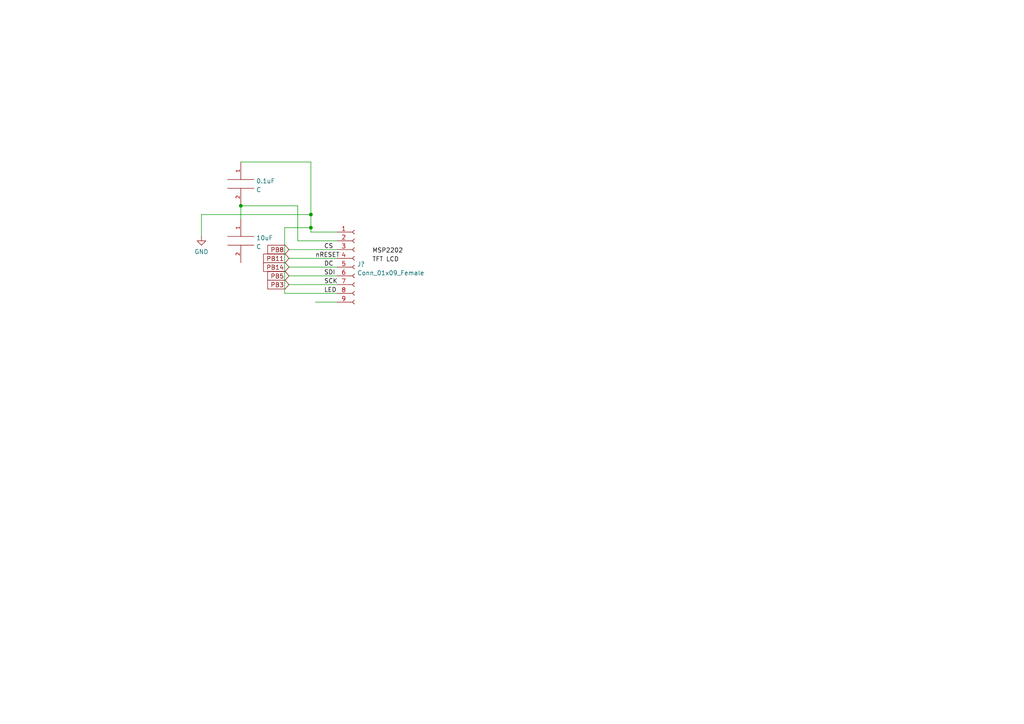
<source format=kicad_sch>
(kicad_sch (version 20211123) (generator eeschema)
  (paper "A4")
  (lib_symbols
    (symbol "C_1" (pin_names (offset 0.254))
      (property "Reference" "0.1uF" (at 4.445 0.8347 0))
      (property "Value" "C" (at 4.445 -1.7022 0))
      (symbol "C_1_0_1"
        (polyline (pts (xy -3.81 -1.27) (xy 3.81 -1.27)))
        (polyline (pts (xy -3.81 1.27) (xy 3.81 1.27)))
      )
      (symbol "C_1_1_1"
        (pin passive line (at 0 6.35 270) (length 5.08) (name "~") (number "1"))
        (pin passive line (at 0 -6.35 90) (length 5.08) (name "~") (number "2"))
      )
    )
    (symbol "Connector:Conn_01x09_Female" (pin_names (offset 1.016) hide)
      (property "Reference" "J" (at 0 12.7 0))
      (property "Value" "Conn_01x09_Female" (at 0 -12.7 0))
      (symbol "Conn_01x09_Female_1_1"
        (arc (start 0 -9.652) (mid -0.508 -10.16) (end 0 -10.668) (stroke (width 0.1524)))
        (arc (start 0 -7.112) (mid -0.508 -7.62) (end 0 -8.128) (stroke (width 0.1524)))
        (arc (start 0 -4.572) (mid -0.508 -5.08) (end 0 -5.588) (stroke (width 0.1524)))
        (arc (start 0 -2.032) (mid -0.508 -2.54) (end 0 -3.048) (stroke (width 0.1524)))
        (polyline (pts (xy -1.27 -10.16) (xy -0.508 -10.16)) (stroke (width 0.1524)))
        (polyline (pts (xy -1.27 -7.62) (xy -0.508 -7.62)) (stroke (width 0.1524)))
        (polyline (pts (xy -1.27 -5.08) (xy -0.508 -5.08)) (stroke (width 0.1524)))
        (polyline (pts (xy -1.27 -2.54) (xy -0.508 -2.54)) (stroke (width 0.1524)))
        (polyline (pts (xy -1.27 0) (xy -0.508 0)) (stroke (width 0.1524)))
        (polyline (pts (xy -1.27 2.54) (xy -0.508 2.54)) (stroke (width 0.1524)))
        (polyline (pts (xy -1.27 5.08) (xy -0.508 5.08)) (stroke (width 0.1524)))
        (polyline (pts (xy -1.27 7.62) (xy -0.508 7.62)) (stroke (width 0.1524)))
        (polyline (pts (xy -1.27 10.16) (xy -0.508 10.16)) (stroke (width 0.1524)))
        (arc (start 0 0.508) (mid -0.508 0) (end 0 -0.508) (stroke (width 0.1524)))
        (arc (start 0 3.048) (mid -0.508 2.54) (end 0 2.032) (stroke (width 0.1524)))
        (arc (start 0 5.588) (mid -0.508 5.08) (end 0 4.572) (stroke (width 0.1524)))
        (arc (start 0 8.128) (mid -0.508 7.62) (end 0 7.112) (stroke (width 0.1524)))
        (arc (start 0 10.668) (mid -0.508 10.16) (end 0 9.652) (stroke (width 0.1524)))
        (pin passive line (at -5.08 10.16 0) (length 3.81) (name "Pin_1") (number "1"))
        (pin passive line (at -5.08 7.62 0) (length 3.81) (name "Pin_2") (number "2"))
        (pin passive line (at -5.08 5.08 0) (length 3.81) (name "Pin_3") (number "3"))
        (pin passive line (at -5.08 2.54 0) (length 3.81) (name "Pin_4") (number "4"))
        (pin passive line (at -5.08 0 0) (length 3.81) (name "Pin_5") (number "5"))
        (pin passive line (at -5.08 -2.54 0) (length 3.81) (name "Pin_6") (number "6"))
        (pin passive line (at -5.08 -5.08 0) (length 3.81) (name "Pin_7") (number "7"))
        (pin passive line (at -5.08 -7.62 0) (length 3.81) (name "Pin_8") (number "8"))
        (pin passive line (at -5.08 -10.16 0) (length 3.81) (name "Pin_9") (number "9"))
      )
    )
    (symbol "power:GND" (power) (pin_names (offset 0))
      (property "Value" "GND" (at 0 -3.81 0))
      (symbol "GND_0_1"
        (polyline (pts (xy 0 0) (xy 0 -1.27) (xy 1.27 -1.27) (xy 0 -2.54) (xy -1.27 -1.27) (xy 0 -1.27)))
      )
      (symbol "GND_1_1"
        (pin power_in line (at 0 0 270) (length 0) hide (name "GND") (number "1"))
      )
    )
    (symbol "pspice:C" (pin_names (offset 0.254))
      (property "Reference" "C" (at 2.54 3.81 90))
      (property "Value" "C" (at 2.54 -3.81 90))
      (symbol "C_0_1"
        (polyline (pts (xy -3.81 -1.27) (xy 3.81 -1.27)))
        (polyline (pts (xy -3.81 1.27) (xy 3.81 1.27)))
      )
      (symbol "C_1_1"
        (pin passive line (at 0 6.35 270) (length 5.08) (name "~") (number "1"))
        (pin passive line (at 0 -6.35 90) (length 5.08) (name "~") (number "2"))
      )
    )
  )
  (junction (at 90.17 66.04))
  (junction (at 69.85 59.69))
  (junction (at 90.17 62.23))
  (wire (pts (xy 90.17 66.04) (xy 90.17 62.23)))
  (wire (pts (xy 83.82 82.55) (xy 97.79 82.55)))
  (wire (pts (xy 83.82 72.39) (xy 97.79 72.39)))
  (wire (pts (xy 83.82 74.93) (xy 97.79 74.93)))
  (wire (pts (xy 82.55 66.04) (xy 90.17 66.04)))
  (wire (pts (xy 91.44 87.63) (xy 97.79 87.63)))
  (wire (pts (xy 82.55 85.09) (xy 82.55 66.04)))
  (wire (pts (xy 58.42 62.23) (xy 90.17 62.23)))
  (wire (pts (xy 86.36 69.85) (xy 86.36 59.69)))
  (wire (pts (xy 97.79 69.85) (xy 86.36 69.85)))
  (wire (pts (xy 86.36 59.69) (xy 69.85 59.69)))
  (wire (pts (xy 69.85 46.99) (xy 90.17 46.99)))
  (wire (pts (xy 82.55 85.09) (xy 97.79 85.09)))
  (wire (pts (xy 97.79 67.31) (xy 90.17 67.31)))
  (wire (pts (xy 90.17 67.31) (xy 90.17 66.04)))
  (wire (pts (xy 83.82 77.47) (xy 97.79 77.47)))
  (wire (pts (xy 83.82 80.01) (xy 97.79 80.01)))
  (wire (pts (xy 69.85 59.69) (xy 69.85 63.5)))
  (wire (pts (xy 90.17 46.99) (xy 90.17 62.23)))
  (wire (pts (xy 58.42 62.23) (xy 58.42 68.58)))
  (label "TFT LCD" (at 107.95 76.2 0))
  (label "CS" (at 93.98 72.39 0))
  (label "MSP2202" (at 107.95 73.66 0))
  (label "nRESET" (at 91.44 74.93 0))
  (label "DC" (at 93.98 77.47 0))
  (label "SCK" (at 93.98 82.55 0))
  (label "LED" (at 93.98 85.09 0))
  (label "SDI" (at 93.98 80.01 0))
  (global_label "PB11" (shape input) (at 83.82 74.93 180) (property "Intersheet References" "${INTERSHEET_REFS}" (effects hide)))
  (global_label "PB3" (shape input) (at 83.82 82.55 180) (property "Intersheet References" "${INTERSHEET_REFS}" (effects hide)))
  (global_label "PB14" (shape input) (at 83.82 77.47 180) (property "Intersheet References" "${INTERSHEET_REFS}" (effects hide)))
  (global_label "PB8" (shape input) (at 83.82 72.39 180) (property "Intersheet References" "${INTERSHEET_REFS}" (effects hide)))
  (global_label "PB5" (shape input) (at 83.82 80.01 180) (property "Intersheet References" "${INTERSHEET_REFS}" (effects hide)))
  (symbol (lib_id "Connector:Conn_01x09_Female") (at 102.87 77.47 0) (unit 1)
    (property "Reference" "J?" (at 103.5812 76.6353 0) (effects (justify left)))
    (property "Value" "Conn_01x09_Female" (at 103.5812 79.1722 0) (effects (justify left)))
  )
  (symbol (lib_id "power:GND") (at 58.42 68.58 0) (unit 1)
    (property "Reference" "#PWR?" (effects hide))
    (property "Value" "GND" (at 58.42 73.0234 0))
  )
  (symbol (lib_id "pspice:C") (at 69.85 69.85 0) (unit 1)
    (property "Reference" "10uF" (at 74.295 69.0153 0) (effects (justify left)))
    (property "Value" "C" (at 74.295 71.5522 0) (effects (justify left)))
  )
  (symbol (lib_name "C_1") (lib_id "pspice:C") (at 69.85 53.34 0) (unit 1)
    (property "Reference" "0.1uF" (at 74.295 52.5053 0) (effects (justify left)))
    (property "Value" "C" (at 74.295 55.0422 0) (effects (justify left)))
  )
)
</source>
